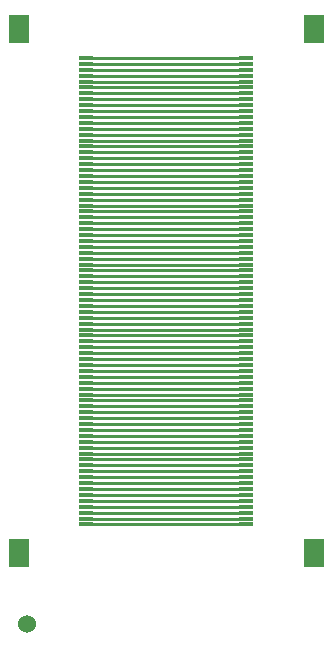
<source format=gtl>
G04*
G04 #@! TF.GenerationSoftware,Altium Limited,Altium Designer,22.3.1 (43)*
G04*
G04 Layer_Physical_Order=1*
G04 Layer_Color=255*
%FSLAX25Y25*%
%MOIN*%
G70*
G04*
G04 #@! TF.SameCoordinates,21BFAABA-1E65-46C2-AEEB-196FA7B9FE0E*
G04*
G04*
G04 #@! TF.FilePolarity,Positive*
G04*
G01*
G75*
%ADD12C,0.01000*%
%ADD18R,0.07087X0.09252*%
%ADD19R,0.05118X0.01181*%
%ADD21C,0.06000*%
D12*
X184770Y60061D02*
X237930D01*
X184770Y58092D02*
X237930D01*
X184770Y56124D02*
X237930D01*
X184770Y54155D02*
X237930D01*
X184770Y52187D02*
X237930D01*
X184770Y50218D02*
X237930D01*
X184770Y48250D02*
X237930D01*
X184770Y46281D02*
X237930D01*
X184770Y44313D02*
X237930D01*
X184770Y42344D02*
X237930D01*
X184770Y197856D02*
X237930D01*
X184770Y195887D02*
X237930D01*
X184770Y193919D02*
X237930D01*
X184770Y191950D02*
X237930D01*
X184770Y189982D02*
X237930D01*
X184770Y188013D02*
X237930D01*
X184770Y123053D02*
X237930D01*
X184770Y121084D02*
X237930D01*
X184770Y119116D02*
X237930D01*
X184770Y117147D02*
X237930D01*
X184770Y115179D02*
X237930D01*
X184770Y113210D02*
X237930D01*
X184770Y111242D02*
X237930D01*
X184770Y109273D02*
X237930D01*
X184770Y107305D02*
X237930D01*
X184770Y105336D02*
X237930D01*
X184770Y103368D02*
X237930D01*
X184770Y101399D02*
X237930D01*
X184770Y99431D02*
X237930D01*
X184770Y97462D02*
X237930D01*
X184770Y95494D02*
X237930D01*
X184770Y93525D02*
X237930D01*
X184770Y91557D02*
X237930D01*
X184770Y89588D02*
X237930D01*
X184770Y87620D02*
X237930D01*
X184770Y85651D02*
X237930D01*
X184770Y83683D02*
X237930D01*
X184770Y81714D02*
X237930D01*
X184770Y79746D02*
X237930D01*
X184770Y77777D02*
X237930D01*
X184770Y75809D02*
X237930D01*
X184770Y73840D02*
X237930D01*
X184770Y71872D02*
X237930D01*
X184770Y69903D02*
X237930D01*
X184770Y67935D02*
X237930D01*
X184770Y65966D02*
X237930D01*
X184770Y63998D02*
X237930D01*
X184770Y62029D02*
X237930D01*
X184770Y186045D02*
X237930D01*
X184770Y184076D02*
X237930D01*
X184770Y182108D02*
X237930D01*
X184770Y180139D02*
X237930D01*
X184770Y178171D02*
X237930D01*
X184770Y176202D02*
X237930D01*
X184770Y174234D02*
X237930D01*
X184770Y172265D02*
X237930D01*
X184770Y170297D02*
X237930D01*
X184770Y168328D02*
X237930D01*
X184770Y166360D02*
X237930D01*
X184770Y164391D02*
X237930D01*
X184770Y162423D02*
X237930D01*
X184770Y160454D02*
X237930D01*
X184770Y158486D02*
X237930D01*
X184770Y156517D02*
X237930D01*
X184770Y154549D02*
X237930D01*
X184770Y152580D02*
X237930D01*
X184770Y150612D02*
X237930D01*
X184770Y148643D02*
X237930D01*
X184770Y146675D02*
X237930D01*
X184770Y144706D02*
X237930D01*
X184770Y142738D02*
X237930D01*
X184770Y140769D02*
X237930D01*
X184770Y138801D02*
X237930D01*
X184770Y136832D02*
X237930D01*
X184770Y134864D02*
X237930D01*
X184770Y132895D02*
X237930D01*
X184770Y130927D02*
X237930D01*
X184770Y128958D02*
X237930D01*
X184770Y126990D02*
X237930D01*
X184770Y125021D02*
X237930D01*
D18*
X162132Y207403D02*
D03*
Y32797D02*
D03*
X260568D02*
D03*
Y207403D02*
D03*
D19*
X184770Y42344D02*
D03*
Y44313D02*
D03*
Y46281D02*
D03*
Y48250D02*
D03*
Y50218D02*
D03*
Y52187D02*
D03*
Y54155D02*
D03*
Y56124D02*
D03*
Y58092D02*
D03*
Y60061D02*
D03*
Y62029D02*
D03*
Y63998D02*
D03*
Y65966D02*
D03*
Y67935D02*
D03*
Y69903D02*
D03*
Y71872D02*
D03*
Y73840D02*
D03*
Y75809D02*
D03*
Y77777D02*
D03*
Y79746D02*
D03*
Y81714D02*
D03*
Y83683D02*
D03*
Y85651D02*
D03*
Y87620D02*
D03*
Y89588D02*
D03*
Y91557D02*
D03*
Y93525D02*
D03*
Y95494D02*
D03*
Y97462D02*
D03*
Y99431D02*
D03*
Y101399D02*
D03*
Y103368D02*
D03*
Y105336D02*
D03*
Y107305D02*
D03*
Y109273D02*
D03*
Y111242D02*
D03*
Y113210D02*
D03*
Y115179D02*
D03*
Y117147D02*
D03*
Y119116D02*
D03*
Y121084D02*
D03*
Y123053D02*
D03*
Y125021D02*
D03*
Y126990D02*
D03*
Y128958D02*
D03*
Y130927D02*
D03*
Y132895D02*
D03*
Y134864D02*
D03*
Y136832D02*
D03*
Y138801D02*
D03*
Y140769D02*
D03*
Y142738D02*
D03*
Y144706D02*
D03*
Y146675D02*
D03*
Y148643D02*
D03*
Y150612D02*
D03*
Y152580D02*
D03*
Y154549D02*
D03*
Y156517D02*
D03*
Y158486D02*
D03*
Y160454D02*
D03*
Y162423D02*
D03*
Y164391D02*
D03*
Y166360D02*
D03*
Y168328D02*
D03*
Y170297D02*
D03*
Y172265D02*
D03*
Y174234D02*
D03*
Y176202D02*
D03*
Y178171D02*
D03*
Y180139D02*
D03*
Y182108D02*
D03*
Y184076D02*
D03*
Y186045D02*
D03*
Y188013D02*
D03*
Y189982D02*
D03*
Y191950D02*
D03*
Y193919D02*
D03*
Y195887D02*
D03*
Y197856D02*
D03*
X237930D02*
D03*
Y195887D02*
D03*
Y193919D02*
D03*
Y191950D02*
D03*
Y189982D02*
D03*
Y188013D02*
D03*
Y186045D02*
D03*
Y184076D02*
D03*
Y182108D02*
D03*
Y180139D02*
D03*
Y178171D02*
D03*
Y176202D02*
D03*
Y174234D02*
D03*
Y172265D02*
D03*
Y170297D02*
D03*
Y168328D02*
D03*
Y166360D02*
D03*
Y164391D02*
D03*
Y162423D02*
D03*
Y160454D02*
D03*
Y158486D02*
D03*
Y156517D02*
D03*
Y154549D02*
D03*
Y152580D02*
D03*
Y150612D02*
D03*
Y148643D02*
D03*
Y146675D02*
D03*
Y144706D02*
D03*
Y142738D02*
D03*
Y140769D02*
D03*
Y138801D02*
D03*
Y136832D02*
D03*
Y134864D02*
D03*
Y132895D02*
D03*
Y130927D02*
D03*
Y128958D02*
D03*
Y126990D02*
D03*
Y125021D02*
D03*
Y123053D02*
D03*
Y121084D02*
D03*
Y119116D02*
D03*
Y117147D02*
D03*
Y115179D02*
D03*
Y113210D02*
D03*
Y111242D02*
D03*
Y109273D02*
D03*
Y107305D02*
D03*
Y105336D02*
D03*
Y103368D02*
D03*
Y101399D02*
D03*
Y99431D02*
D03*
Y97462D02*
D03*
Y95494D02*
D03*
Y93525D02*
D03*
Y91557D02*
D03*
Y89588D02*
D03*
Y87620D02*
D03*
Y85651D02*
D03*
Y83683D02*
D03*
Y81714D02*
D03*
Y79746D02*
D03*
Y77777D02*
D03*
Y75809D02*
D03*
Y73840D02*
D03*
Y71872D02*
D03*
Y69903D02*
D03*
Y67935D02*
D03*
Y65966D02*
D03*
Y63998D02*
D03*
Y62029D02*
D03*
Y60061D02*
D03*
Y58092D02*
D03*
Y56124D02*
D03*
Y54155D02*
D03*
Y52187D02*
D03*
Y50218D02*
D03*
Y48250D02*
D03*
Y46281D02*
D03*
Y44313D02*
D03*
Y42344D02*
D03*
D21*
X165100Y9300D02*
D03*
M02*

</source>
